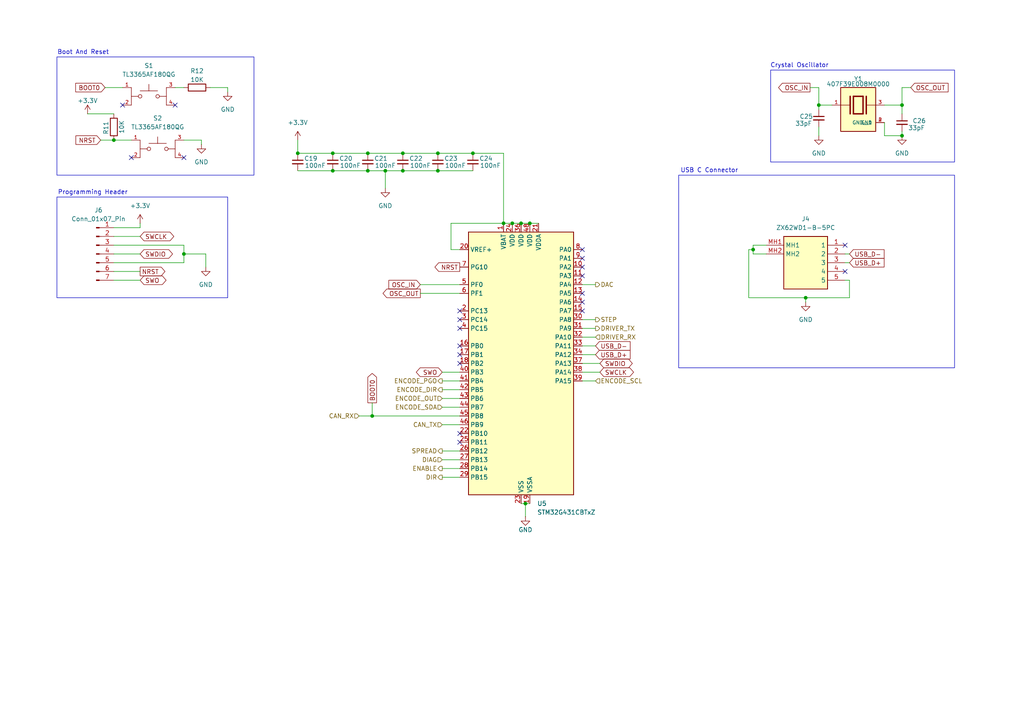
<source format=kicad_sch>
(kicad_sch (version 20250114) (generator "eeschema") (generator_version "9.0")
  (paper "A4")
  (lib_symbols
    (symbol "407F39E008M0000:407F39E008M0000" (pin_names (offset 1.016))
      (property "Reference" "Y" (at -5.0878 6.3559 0))
      (property "Value" "407F39E008M0000" (at -5.0944 -10.16 0))
      (symbol "407F39E008M0000_0_0"
        (polyline (pts (xy -5.08 0) (xy -2.54 0)) (stroke (width 0.1524)))
        (rectangle (start -5.08 -7.62) (end 5.08 5.08) (stroke (width 0.254)) (fill (type background)))
        (polyline (pts (xy -2.3368 2.54) (xy -2.3368 -2.54)) (stroke (width 0.4064)))
        (polyline (pts (xy -1.397 2.54) (xy -1.397 -2.54)) (stroke (width 0.4064)))
        (polyline (pts (xy -1.397 2.54) (xy 1.397 2.54)) (stroke (width 0.4064)))
        (polyline (pts (xy 1.397 2.54) (xy 1.397 -2.54)) (stroke (width 0.4064)))
        (polyline (pts (xy 1.397 -2.54) (xy -1.397 -2.54)) (stroke (width 0.4064)))
        (polyline (pts (xy 2.3368 2.54) (xy 2.3368 -2.54)) (stroke (width 0.4064)))
        (polyline (pts (xy 2.54 0) (xy 5.08 0)) (stroke (width 0.1524)))
        (pin passive line (at -7.62 0 0) (length 2.54) (name "~") (number "1"))
        (pin passive line (at 7.62 0 180) (length 2.54) (name "~") (number "3"))
        (pin power_in line (at 7.62 -5.08 180) (length 2.54) (name "GND") (number "2"))
        (pin power_in line (at 7.62 -5.08 180) (length 2.54) (name "GND__1") (number "4"))
      )
    )
    (symbol "Connector:Conn_01x07_Pin" (pin_names (offset 1.016) (hide yes))
      (property "Reference" "J" (at 0 10.16 0))
      (property "Value" "Conn_01x07_Pin" (at 0 -10.16 0))
      (symbol "Conn_01x07_Pin_1_1"
        (rectangle (start 0.8636 7.747) (end 0 7.493) (stroke (width 0.1524)) (fill (type outline)))
        (rectangle (start 0.8636 5.207) (end 0 4.953) (stroke (width 0.1524)) (fill (type outline)))
        (rectangle (start 0.8636 2.667) (end 0 2.413) (stroke (width 0.1524)) (fill (type outline)))
        (rectangle (start 0.8636 0.127) (end 0 -0.127) (stroke (width 0.1524)) (fill (type outline)))
        (rectangle (start 0.8636 -2.413) (end 0 -2.667) (stroke (width 0.1524)) (fill (type outline)))
        (rectangle (start 0.8636 -4.953) (end 0 -5.207) (stroke (width 0.1524)) (fill (type outline)))
        (rectangle (start 0.8636 -7.493) (end 0 -7.747) (stroke (width 0.1524)) (fill (type outline)))
        (polyline (pts (xy 1.27 7.62) (xy 0.8636 7.62)) (stroke (width 0.1524)))
        (polyline (pts (xy 1.27 5.08) (xy 0.8636 5.08)) (stroke (width 0.1524)))
        (polyline (pts (xy 1.27 2.54) (xy 0.8636 2.54)) (stroke (width 0.1524)))
        (polyline (pts (xy 1.27 0) (xy 0.8636 0)) (stroke (width 0.1524)))
        (polyline (pts (xy 1.27 -2.54) (xy 0.8636 -2.54)) (stroke (width 0.1524)))
        (polyline (pts (xy 1.27 -5.08) (xy 0.8636 -5.08)) (stroke (width 0.1524)))
        (polyline (pts (xy 1.27 -7.62) (xy 0.8636 -7.62)) (stroke (width 0.1524)))
        (pin passive line (at 5.08 7.62 180) (length 3.81) (name "Pin_1") (number "1"))
        (pin passive line (at 5.08 5.08 180) (length 3.81) (name "Pin_2") (number "2"))
        (pin passive line (at 5.08 2.54 180) (length 3.81) (name "Pin_3") (number "3"))
        (pin passive line (at 5.08 0 180) (length 3.81) (name "Pin_4") (number "4"))
        (pin passive line (at 5.08 -2.54 180) (length 3.81) (name "Pin_5") (number "5"))
        (pin passive line (at 5.08 -5.08 180) (length 3.81) (name "Pin_6") (number "6"))
        (pin passive line (at 5.08 -7.62 180) (length 3.81) (name "Pin_7") (number "7"))
      )
    )
    (symbol "Device:C_Small" (pin_numbers (hide yes)) (pin_names (offset 0.254) (hide yes))
      (property "Reference" "C" (at 0.254 1.778 0))
      (property "Value" "C_Small" (at 0.254 -2.032 0))
      (symbol "C_Small_0_1"
        (polyline (pts (xy -1.524 0.508) (xy 1.524 0.508)) (stroke (width 0.3048)))
        (polyline (pts (xy -1.524 -0.508) (xy 1.524 -0.508)) (stroke (width 0.3302)))
      )
      (symbol "C_Small_1_1"
        (pin passive line (at 0 2.54 270) (length 2.032) (name "~") (number "1"))
        (pin passive line (at 0 -2.54 90) (length 2.032) (name "~") (number "2"))
      )
    )
    (symbol "Device:R" (pin_numbers (hide yes)) (pin_names (offset 0))
      (property "Reference" "R" (at 2.032 0 90))
      (property "Value" "R" (at 0 0 90))
      (symbol "R_0_1"
        (rectangle (start -1.016 -2.54) (end 1.016 2.54) (stroke (width 0.254)))
      )
      (symbol "R_1_1"
        (pin passive line (at 0 3.81 270) (length 1.27) (name "~") (number "1"))
        (pin passive line (at 0 -3.81 90) (length 1.27) (name "~") (number "2"))
      )
    )
    (symbol "MCU_ST_STM32G4:STM32G431CBTxZ"
      (property "Reference" "U" (at -15.24 39.37 0))
      (property "Value" "STM32G431CBTxZ" (at 7.62 39.37 0))
      (symbol "STM32G431CBTxZ_0_1"
        (rectangle (start -15.24 -38.1) (end 15.24 38.1) (stroke (width 0.254)) (fill (type background)))
      )
      (symbol "STM32G431CBTxZ_1_1"
        (pin input line (at -17.78 33.02 0) (length 2.54) (name "VREF+") (number "20"))
        (pin bidirectional line (at -17.78 27.94 0) (length 2.54) (name "PG10") (number "7"))
        (pin bidirectional line (at -17.78 22.86 0) (length 2.54) (name "PF0") (number "5"))
        (pin bidirectional line (at -17.78 20.32 0) (length 2.54) (name "PF1") (number "6"))
        (pin bidirectional line (at -17.78 15.24 0) (length 2.54) (name "PC13") (number "2"))
        (pin bidirectional line (at -17.78 12.7 0) (length 2.54) (name "PC14") (number "3"))
        (pin bidirectional line (at -17.78 10.16 0) (length 2.54) (name "PC15") (number "4"))
        (pin bidirectional line (at -17.78 5.08 0) (length 2.54) (name "PB0") (number "16"))
        (pin bidirectional line (at -17.78 2.54 0) (length 2.54) (name "PB1") (number "17"))
        (pin bidirectional line (at -17.78 0 0) (length 2.54) (name "PB2") (number "18"))
        (pin bidirectional line (at -17.78 -2.54 0) (length 2.54) (name "PB3") (number "40"))
        (pin bidirectional line (at -17.78 -5.08 0) (length 2.54) (name "PB4") (number "41"))
        (pin bidirectional line (at -17.78 -7.62 0) (length 2.54) (name "PB5") (number "42"))
        (pin bidirectional line (at -17.78 -10.16 0) (length 2.54) (name "PB6") (number "43"))
        (pin bidirectional line (at -17.78 -12.7 0) (length 2.54) (name "PB7") (number "44"))
        (pin bidirectional line (at -17.78 -15.24 0) (length 2.54) (name "PB8") (number "45"))
        (pin bidirectional line (at -17.78 -17.78 0) (length 2.54) (name "PB9") (number "46"))
        (pin bidirectional line (at -17.78 -20.32 0) (length 2.54) (name "PB10") (number "22"))
        (pin bidirectional line (at -17.78 -22.86 0) (length 2.54) (name "PB11") (number "25"))
        (pin bidirectional line (at -17.78 -25.4 0) (length 2.54) (name "PB12") (number "26"))
        (pin bidirectional line (at -17.78 -27.94 0) (length 2.54) (name "PB13") (number "27"))
        (pin bidirectional line (at -17.78 -30.48 0) (length 2.54) (name "PB14") (number "28"))
        (pin bidirectional line (at -17.78 -33.02 0) (length 2.54) (name "PB15") (number "29"))
        (pin power_in line (at -5.08 40.64 270) (length 2.54) (name "VBAT") (number "1"))
        (pin power_in line (at -2.54 40.64 270) (length 2.54) (name "VDD") (number "24"))
        (pin power_in line (at 0 40.64 270) (length 2.54) (name "VDD") (number "36"))
        (pin power_in line (at 0 -40.64 90) (length 2.54) (name "VSS") (number "23"))
        (pin passive line (at 0 -40.64 90) (length 2.54) (hide yes) (name "VSS") (number "35"))
        (pin passive line (at 0 -40.64 90) (length 2.54) (hide yes) (name "VSS") (number "47"))
        (pin power_in line (at 2.54 40.64 270) (length 2.54) (name "VDD") (number "48"))
        (pin power_in line (at 2.54 -40.64 90) (length 2.54) (name "VSSA") (number "19"))
        (pin power_in line (at 5.08 40.64 270) (length 2.54) (name "VDDA") (number "21"))
        (pin bidirectional line (at 17.78 33.02 180) (length 2.54) (name "PA0") (number "8"))
        (pin bidirectional line (at 17.78 30.48 180) (length 2.54) (name "PA1") (number "9"))
        (pin bidirectional line (at 17.78 27.94 180) (length 2.54) (name "PA2") (number "10"))
        (pin bidirectional line (at 17.78 25.4 180) (length 2.54) (name "PA3") (number "11"))
        (pin bidirectional line (at 17.78 22.86 180) (length 2.54) (name "PA4") (number "12"))
        (pin bidirectional line (at 17.78 20.32 180) (length 2.54) (name "PA5") (number "13"))
        (pin bidirectional line (at 17.78 17.78 180) (length 2.54) (name "PA6") (number "14"))
        (pin bidirectional line (at 17.78 15.24 180) (length 2.54) (name "PA7") (number "15"))
        (pin bidirectional line (at 17.78 12.7 180) (length 2.54) (name "PA8") (number "30"))
        (pin bidirectional line (at 17.78 10.16 180) (length 2.54) (name "PA9") (number "31"))
        (pin bidirectional line (at 17.78 7.62 180) (length 2.54) (name "PA10") (number "32"))
        (pin bidirectional line (at 17.78 5.08 180) (length 2.54) (name "PA11") (number "33"))
        (pin bidirectional line (at 17.78 2.54 180) (length 2.54) (name "PA12") (number "34"))
        (pin bidirectional line (at 17.78 0 180) (length 2.54) (name "PA13") (number "37"))
        (pin bidirectional line (at 17.78 -2.54 180) (length 2.54) (name "PA14") (number "38"))
        (pin bidirectional line (at 17.78 -5.08 180) (length 2.54) (name "PA15") (number "39"))
      )
    )
    (symbol "SamacSys_Parts:ZX62WD1-B-5PC"
      (property "Reference" "J" (at 19.05 7.62 0))
      (property "Value" "ZX62WD1-B-5PC" (at 19.05 5.08 0))
      (symbol "ZX62WD1-B-5PC_1_1"
        (rectangle (start 5.08 2.54) (end 17.78 -12.7) (stroke (width 0.254)) (fill (type background)))
        (pin passive line (at 0 0 0) (length 5.08) (name "MH1") (number "MH1"))
        (pin passive line (at 0 -2.54 0) (length 5.08) (name "MH2") (number "MH2"))
        (pin passive line (at 22.86 0 180) (length 5.08) (name "1") (number "1"))
        (pin passive line (at 22.86 -2.54 180) (length 5.08) (name "2") (number "2"))
        (pin passive line (at 22.86 -5.08 180) (length 5.08) (name "3") (number "3"))
        (pin passive line (at 22.86 -7.62 180) (length 5.08) (name "4") (number "4"))
        (pin passive line (at 22.86 -10.16 180) (length 5.08) (name "5") (number "5"))
      )
    )
    (symbol "TL3365AF180QG:TL3365AF180QG" (pin_names (offset 1.016))
      (property "Reference" "S" (at -5.08 5.08 0))
      (property "Value" "TL3365AF180QG" (at -5.08 -5.08 0))
      (symbol "TL3365AF180QG_0_0"
        (polyline (pts (xy -5.08 2.54) (xy -5.08 -2.54)) (stroke (width 0.1524)))
        (polyline (pts (xy -5.08 0) (xy -3.048 0)) (stroke (width 0.1524)))
        (polyline (pts (xy -2.54 1.5875) (xy 0 1.5875)) (stroke (width 0.1524)))
        (circle (center -2.54 0) (radius 0.508) (stroke (width 0.1524)))
        (polyline (pts (xy 0 1.5875) (xy 0 3.4925)) (stroke (width 0.1524)))
        (polyline (pts (xy 0 1.5875) (xy 2.54 1.5875)) (stroke (width 0.1524)))
        (circle (center 2.54 0) (radius 0.508) (stroke (width 0.1524)))
        (polyline (pts (xy 5.08 2.54) (xy 5.08 -2.54)) (stroke (width 0.1524)))
        (polyline (pts (xy 5.08 0) (xy 3.048 0)) (stroke (width 0.1524)))
        (pin passive line (at -7.62 2.54 0) (length 2.54) (name "~") (number "1"))
        (pin passive line (at -7.62 -2.54 0) (length 2.54) (name "~") (number "2"))
        (pin passive line (at 7.62 2.54 180) (length 2.54) (name "~") (number "3"))
        (pin passive line (at 7.62 -2.54 180) (length 2.54) (name "~") (number "4"))
      )
    )
    (symbol "power:+3.3V" (power) (pin_numbers (hide yes)) (pin_names (offset 0) (hide yes))
      (property "Value" "+3.3V" (at 0 3.556 0))
      (symbol "+3.3V_0_1"
        (polyline (pts (xy -0.762 1.27) (xy 0 2.54)))
        (polyline (pts (xy 0 2.54) (xy 0.762 1.27)))
        (polyline (pts (xy 0 0) (xy 0 2.54)))
      )
      (symbol "+3.3V_1_1"
        (pin power_in line (at 0 0 90) (length 0) (name "~") (number "1"))
      )
    )
    (symbol "power:GND" (power) (pin_numbers (hide yes)) (pin_names (offset 0) (hide yes))
      (property "Value" "GND" (at 0 -3.81 0))
      (symbol "GND_0_1"
        (polyline (pts (xy 0 0) (xy 0 -1.27) (xy 1.27 -1.27) (xy 0 -2.54) (xy -1.27 -1.27) (xy 0 -1.27)))
      )
      (symbol "GND_1_1"
        (pin power_in line (at 0 0 270) (length 0) (name "~") (number "1"))
      )
    )
  )
  (rectangle (start 16.51 57.15) (end 66.04 86.36))
  (rectangle (start 196.85 50.8) (end 276.86 106.68))
  (rectangle (start 223.52 20.32) (end 276.86 46.99))
  (rectangle (start 16.51 16.51) (end 73.66 50.8))
  (text "Crystal Oscillator" (at 231.902 19.05 0) (effects (font (size 1.27 1.27))))
  (text "Boot And Reset\n" (at 24.13 15.24 0) (effects (font (size 1.27 1.27))))
  (text "Programming Header\n" (at 26.924 55.88 0) (effects (font (size 1.27 1.27))))
  (text "USB C Connector" (at 205.74 49.53 0) (effects (font (size 1.27 1.27))))
  (junction (at 116.84 49.53))
  (junction (at 107.95 120.65))
  (junction (at 151.13 64.77))
  (junction (at 148.59 64.77))
  (junction (at 116.84 44.45))
  (junction (at 127 44.45))
  (junction (at 153.67 64.77))
  (junction (at 111.76 49.53))
  (junction (at 261.62 39.37))
  (junction (at 106.68 44.45))
  (junction (at 33.02 40.64))
  (junction (at 237.49 30.48))
  (junction (at 152.4 146.05))
  (junction (at 137.16 44.45))
  (junction (at 218.44 72.39))
  (junction (at 96.52 49.53))
  (junction (at 261.62 30.48))
  (junction (at 106.68 49.53))
  (junction (at 233.68 86.36))
  (junction (at 96.52 44.45))
  (junction (at 127 49.53))
  (junction (at 146.05 64.77))
  (junction (at 86.36 44.45))
  (junction (at 53.34 73.66))
  (no_connect (at 133.35 100.33))
  (no_connect (at 133.35 128.27))
  (no_connect (at 168.91 80.01))
  (no_connect (at 133.35 92.71))
  (no_connect (at 168.91 74.93))
  (no_connect (at 38.1 45.72))
  (no_connect (at 50.8 30.48))
  (no_connect (at 168.91 72.39))
  (no_connect (at 133.35 95.25))
  (no_connect (at 168.91 85.09))
  (no_connect (at 133.35 105.41))
  (no_connect (at 168.91 77.47))
  (no_connect (at 245.11 78.74))
  (no_connect (at 133.35 90.17))
  (no_connect (at 168.91 90.17))
  (no_connect (at 35.56 30.48))
  (no_connect (at 53.34 45.72))
  (no_connect (at 168.91 87.63))
  (no_connect (at 133.35 125.73))
  (no_connect (at 133.35 102.87))
  (no_connect (at 245.11 71.12))
  (wire (pts (xy 151.13 146.05) (xy 152.4 146.05)))
  (wire (pts (xy 153.67 64.77) (xy 156.21 64.77)))
  (wire (pts (xy 130.81 64.77) (xy 146.05 64.77)))
  (wire (pts (xy 53.34 73.66) (xy 53.34 76.2)))
  (wire (pts (xy 111.76 49.53) (xy 116.84 49.53)))
  (wire (pts (xy 59.69 73.66) (xy 59.69 77.47)))
  (wire (pts (xy 137.16 44.45) (xy 146.05 44.45)))
  (wire (pts (xy 128.27 110.49) (xy 133.35 110.49)))
  (wire (pts (xy 233.68 86.36) (xy 246.38 86.36)))
  (wire (pts (xy 152.4 146.05) (xy 152.4 149.86)))
  (wire (pts (xy 128.27 135.89) (xy 133.35 135.89)))
  (wire (pts (xy 168.91 95.25) (xy 172.72 95.25)))
  (wire (pts (xy 246.38 81.28) (xy 245.11 81.28)))
  (wire (pts (xy 96.52 49.53) (xy 106.68 49.53)))
  (wire (pts (xy 116.84 49.53) (xy 127 49.53)))
  (wire (pts (xy 245.11 73.66) (xy 246.38 73.66)))
  (wire (pts (xy 146.05 44.45) (xy 146.05 64.77)))
  (wire (pts (xy 33.02 40.64) (xy 38.1 40.64)))
  (wire (pts (xy 106.68 49.53) (xy 111.76 49.53)))
  (wire (pts (xy 233.68 86.36) (xy 233.68 87.63)))
  (wire (pts (xy 168.91 97.79) (xy 172.72 97.79)))
  (wire (pts (xy 217.17 72.39) (xy 217.17 86.36)))
  (wire (pts (xy 168.91 102.87) (xy 172.72 102.87)))
  (wire (pts (xy 168.91 92.71) (xy 172.72 92.71)))
  (wire (pts (xy 151.13 64.77) (xy 153.67 64.77)))
  (wire (pts (xy 146.05 64.77) (xy 148.59 64.77)))
  (wire (pts (xy 130.81 72.39) (xy 130.81 64.77)))
  (wire (pts (xy 218.44 73.66) (xy 222.25 73.66)))
  (wire (pts (xy 40.64 66.04) (xy 40.64 64.77)))
  (wire (pts (xy 256.54 39.37) (xy 261.62 39.37)))
  (wire (pts (xy 133.35 72.39) (xy 130.81 72.39)))
  (wire (pts (xy 96.52 44.45) (xy 106.68 44.45)))
  (wire (pts (xy 237.49 30.48) (xy 241.3 30.48)))
  (wire (pts (xy 33.02 73.66) (xy 40.64 73.66)))
  (wire (pts (xy 86.36 49.53) (xy 96.52 49.53)))
  (wire (pts (xy 217.17 86.36) (xy 233.68 86.36)))
  (wire (pts (xy 261.62 38.1) (xy 261.62 39.37)))
  (wire (pts (xy 148.59 64.77) (xy 151.13 64.77)))
  (wire (pts (xy 128.27 107.95) (xy 133.35 107.95)))
  (wire (pts (xy 256.54 35.56) (xy 256.54 39.37)))
  (wire (pts (xy 106.68 44.45) (xy 116.84 44.45)))
  (wire (pts (xy 152.4 146.05) (xy 153.67 146.05)))
  (wire (pts (xy 218.44 71.12) (xy 218.44 72.39)))
  (wire (pts (xy 104.14 120.65) (xy 107.95 120.65)))
  (wire (pts (xy 86.36 44.45) (xy 96.52 44.45)))
  (wire (pts (xy 168.91 100.33) (xy 172.72 100.33)))
  (wire (pts (xy 127 49.53) (xy 137.16 49.53)))
  (wire (pts (xy 53.34 76.2) (xy 33.02 76.2)))
  (wire (pts (xy 128.27 130.81) (xy 133.35 130.81)))
  (wire (pts (xy 29.21 40.64) (xy 33.02 40.64)))
  (wire (pts (xy 53.34 73.66) (xy 59.69 73.66)))
  (wire (pts (xy 53.34 71.12) (xy 53.34 73.66)))
  (wire (pts (xy 60.96 25.4) (xy 66.04 25.4)))
  (wire (pts (xy 33.02 81.28) (xy 40.64 81.28)))
  (wire (pts (xy 33.02 78.74) (xy 40.64 78.74)))
  (wire (pts (xy 107.95 116.84) (xy 107.95 120.65)))
  (wire (pts (xy 50.8 25.4) (xy 53.34 25.4)))
  (wire (pts (xy 25.4 33.02) (xy 33.02 33.02)))
  (wire (pts (xy 222.25 71.12) (xy 218.44 71.12)))
  (wire (pts (xy 168.91 107.95) (xy 173.99 107.95)))
  (wire (pts (xy 121.92 82.55) (xy 133.35 82.55)))
  (wire (pts (xy 128.27 133.35) (xy 133.35 133.35)))
  (wire (pts (xy 33.02 71.12) (xy 53.34 71.12)))
  (wire (pts (xy 261.62 25.4) (xy 261.62 30.48)))
  (wire (pts (xy 261.62 25.4) (xy 264.16 25.4)))
  (wire (pts (xy 33.02 68.58) (xy 40.64 68.58)))
  (wire (pts (xy 128.27 113.03) (xy 133.35 113.03)))
  (wire (pts (xy 168.91 105.41) (xy 173.99 105.41)))
  (wire (pts (xy 237.49 30.48) (xy 237.49 31.75)))
  (wire (pts (xy 107.95 120.65) (xy 133.35 120.65)))
  (wire (pts (xy 168.91 82.55) (xy 172.72 82.55)))
  (wire (pts (xy 121.92 85.09) (xy 133.35 85.09)))
  (wire (pts (xy 128.27 123.19) (xy 133.35 123.19)))
  (wire (pts (xy 237.49 25.4) (xy 237.49 30.48)))
  (wire (pts (xy 53.34 40.64) (xy 58.42 40.64)))
  (wire (pts (xy 261.62 30.48) (xy 261.62 33.02)))
  (wire (pts (xy 128.27 115.57) (xy 133.35 115.57)))
  (wire (pts (xy 245.11 76.2) (xy 246.38 76.2)))
  (wire (pts (xy 127 44.45) (xy 137.16 44.45)))
  (wire (pts (xy 30.48 25.4) (xy 35.56 25.4)))
  (wire (pts (xy 111.76 49.53) (xy 111.76 54.61)))
  (wire (pts (xy 218.44 72.39) (xy 218.44 73.66)))
  (wire (pts (xy 128.27 138.43) (xy 133.35 138.43)))
  (wire (pts (xy 116.84 44.45) (xy 127 44.45)))
  (wire (pts (xy 33.02 66.04) (xy 40.64 66.04)))
  (wire (pts (xy 234.95 25.4) (xy 237.49 25.4)))
  (wire (pts (xy 66.04 25.4) (xy 66.04 26.67)))
  (wire (pts (xy 128.27 118.11) (xy 133.35 118.11)))
  (wire (pts (xy 246.38 81.28) (xy 246.38 86.36)))
  (wire (pts (xy 58.42 40.64) (xy 58.42 41.91)))
  (wire (pts (xy 256.54 30.48) (xy 261.62 30.48)))
  (wire (pts (xy 172.72 110.49) (xy 168.91 110.49)))
  (wire (pts (xy 218.44 72.39) (xy 217.17 72.39)))
  (wire (pts (xy 237.49 36.83) (xy 237.49 39.37)))
  (wire (pts (xy 86.36 40.64) (xy 86.36 44.45)))
  (global_label "OSC_OUT" (shape input) (at 264.16 25.4 0) (property "Intersheetrefs" "${INTERSHEET_REFS}" (effects (hide yes))))
  (global_label "NRST" (shape input) (at 29.21 40.64 180) (property "Intersheetrefs" "${INTERSHEET_REFS}" (effects (hide yes))))
  (global_label "OSC_OUT" (shape output) (at 121.92 85.09 180) (property "Intersheetrefs" "${INTERSHEET_REFS}" (effects (hide yes))))
  (global_label "USB_D-" (shape input) (at 246.38 73.66 0) (property "Intersheetrefs" "${INTERSHEET_REFS}" (effects (hide yes))))
  (global_label "SWCLK" (shape bidirectional) (at 173.99 107.95 0) (property "Intersheetrefs" "${INTERSHEET_REFS}" (effects (hide yes))))
  (global_label "USB_D-" (shape input) (at 172.72 100.33 0) (property "Intersheetrefs" "${INTERSHEET_REFS}" (effects (hide yes))))
  (global_label "SWDIO" (shape bidirectional) (at 173.99 105.41 0) (property "Intersheetrefs" "${INTERSHEET_REFS}" (effects (hide yes))))
  (global_label "SWCLK" (shape bidirectional) (at 40.64 68.58 0) (property "Intersheetrefs" "${INTERSHEET_REFS}" (effects (hide yes))))
  (global_label "OSC_IN" (shape output) (at 234.95 25.4 180) (property "Intersheetrefs" "${INTERSHEET_REFS}" (effects (hide yes))))
  (global_label "BOOT0" (shape input) (at 30.48 25.4 180) (property "Intersheetrefs" "${INTERSHEET_REFS}" (effects (hide yes))))
  (global_label "USB_D+" (shape input) (at 172.72 102.87 0) (property "Intersheetrefs" "${INTERSHEET_REFS}" (effects (hide yes))))
  (global_label "BOOT0" (shape output) (at 107.95 116.84 90) (property "Intersheetrefs" "${INTERSHEET_REFS}" (effects (hide yes))))
  (global_label "NRST" (shape output) (at 133.35 77.47 180) (property "Intersheetrefs" "${INTERSHEET_REFS}" (effects (hide yes))))
  (global_label "OSC_IN" (shape input) (at 121.92 82.55 180) (property "Intersheetrefs" "${INTERSHEET_REFS}" (effects (hide yes))))
  (global_label "SWO" (shape bidirectional) (at 40.64 81.28 0) (property "Intersheetrefs" "${INTERSHEET_REFS}" (effects (hide yes))))
  (global_label "USB_D+" (shape input) (at 246.38 76.2 0) (property "Intersheetrefs" "${INTERSHEET_REFS}" (effects (hide yes))))
  (global_label "SWO" (shape bidirectional) (at 128.27 107.95 180) (property "Intersheetrefs" "${INTERSHEET_REFS}" (effects (hide yes))))
  (global_label "NRST" (shape output) (at 40.64 78.74 0) (property "Intersheetrefs" "${INTERSHEET_REFS}" (effects (hide yes))))
  (global_label "SWDIO" (shape bidirectional) (at 40.64 73.66 0) (property "Intersheetrefs" "${INTERSHEET_REFS}" (effects (hide yes))))
  (hierarchical_label "STEP" (shape output) (at 172.72 92.71 0))
  (hierarchical_label "DRIVER_RX" (shape input) (at 172.72 97.79 0))
  (hierarchical_label "SPREAD" (shape output) (at 128.27 130.81 180))
  (hierarchical_label "ENCODE_PGO" (shape output) (at 128.27 110.49 180))
  (hierarchical_label "DRIVER_TX" (shape output) (at 172.72 95.25 0))
  (hierarchical_label "DIR" (shape output) (at 128.27 138.43 180))
  (hierarchical_label "DIAG" (shape input) (at 128.27 133.35 180))
  (hierarchical_label "ENCODE_OUT" (shape input) (at 128.27 115.57 180))
  (hierarchical_label "ENCODE_DIR" (shape output) (at 128.27 113.03 180))
  (hierarchical_label "DAC" (shape output) (at 172.72 82.55 0))
  (hierarchical_label "CAN_TX" (shape input) (at 128.27 123.19 180))
  (hierarchical_label "ENCODE_SCL" (shape input) (at 172.72 110.49 0))
  (hierarchical_label "ENABLE" (shape output) (at 128.27 135.89 180))
  (hierarchical_label "CAN_RX" (shape input) (at 104.14 120.65 180))
  (hierarchical_label "ENCODE_SDA" (shape input) (at 128.27 118.11 180))
  (symbol (lib_id "power:GND") (at 233.68 87.63 0) (unit 1)
    (property "Reference" "#PWR015" (effects (hide yes)))
    (property "Value" "GND" (at 233.68 92.71 0))
    (property "Description" "Power symbol creates a global label with name \"GND\" , ground" (effects (hide yes)))
  )
  (symbol (lib_id "power:GND") (at 237.49 39.37 0) (unit 1)
    (property "Reference" "#PWR031" (effects (hide yes)))
    (property "Value" "GND" (at 237.49 44.45 0))
    (property "Description" "Power symbol creates a global label with name \"GND\" , ground" (effects (hide yes)))
  )
  (symbol (lib_id "power:+3.3V") (at 40.64 64.77 0) (unit 1)
    (property "Reference" "#PWR023" (effects (hide yes)))
    (property "Value" "+3.3V" (at 40.64 59.69 0))
    (property "Description" "Power symbol creates a global label with name \"+3.3V\"" (effects (hide yes)))
  )
  (symbol (lib_id "Device:C_Small") (at 86.36 46.99 0) (unit 1)
    (property "Reference" "C19" (at 90.17 45.974 0))
    (property "Value" "100nF" (at 91.44 48.006 0))
    (property "Footprint" "Capacitor_SMD:C_0603_1608Metric_Pad1.08x0.95mm_HandSolder" (effects (hide yes)))
    (property "Description" "Unpolarized capacitor, small symbol" (effects (hide yes)))
  )
  (symbol (lib_id "Device:R") (at 33.02 36.83 0) (unit 1)
    (property "Reference" "R11" (at 30.734 37.084 90))
    (property "Value" "10K" (at 35.306 36.83 90))
    (property "Footprint" "Resistor_SMD:R_0603_1608Metric_Pad0.98x0.95mm_HandSolder" (effects (hide yes)))
    (property "Description" "Resistor" (effects (hide yes)))
  )
  (symbol (lib_id "Device:C_Small") (at 261.62 35.56 0) (unit 1)
    (property "Reference" "C26" (at 264.668 35.052 0) (effects (justify left)))
    (property "Value" "33pF" (at 263.398 37.084 0) (effects (justify left)))
    (property "Footprint" "Capacitor_SMD:C_0603_1608Metric_Pad1.08x0.95mm_HandSolder" (effects (hide yes)))
    (property "Description" "Unpolarized capacitor, small symbol" (effects (hide yes)))
  )
  (symbol (lib_id "power:GND") (at 59.69 77.47 0) (unit 1)
    (property "Reference" "#PWR025" (effects (hide yes)))
    (property "Value" "GND" (at 59.69 82.55 0))
    (property "Description" "Power symbol creates a global label with name \"GND\" , ground" (effects (hide yes)))
  )
  (symbol (lib_id "TL3365AF180QG:TL3365AF180QG") (at 43.18 27.94 0) (unit 1)
    (property "Reference" "S1" (at 43.18 19.05 0))
    (property "Value" "TL3365AF180QG" (at 43.18 21.59 0))
    (property "Footprint" "TL3365AF180QG Push Switch:TL3365AF180QG" (effects (hide yes)))
    (property "PARTREV" "A" (effects (hide yes)))
    (property "SNAPEDA_PN" "TL3365AF180QG" (effects (hide yes)))
    (property "STANDARD" "Manufacturer Recommendations" (effects (hide yes)))
    (property "MAXIMUM_PACKAGE_HEIGHT" "2.5 mm" (effects (hide yes)))
    (property "MANUFACTURER" "E-Switch" (effects (hide yes)))
  )
  (symbol (lib_id "power:GND") (at 261.62 39.37 0) (unit 1)
    (property "Reference" "#PWR033" (effects (hide yes)))
    (property "Value" "GND" (at 261.62 44.45 0))
    (property "Description" "Power symbol creates a global label with name \"GND\" , ground" (effects (hide yes)))
  )
  (symbol (lib_id "407F39E008M0000:407F39E008M0000") (at 248.92 30.48 0) (unit 1)
    (property "Reference" "Y1" (at 248.92 22.86 0))
    (property "Value" "407F39E008M0000" (at 248.92 24.384 0))
    (property "Footprint" "407F39E008M:XTAL_407F39E008M0000" (effects (hide yes)))
    (property "PARTREV" "N/A" (effects (hide yes)))
    (property "STANDARD" "Manufacturer Recommendations" (effects (hide yes)))
    (property "MAXIMUM_PACKAGE_HEIGHT" "1.3 mm" (effects (hide yes)))
    (property "MANUFACTURER" "CTS-FREQUENCY CONTROLS" (effects (hide yes)))
  )
  (symbol (lib_id "SamacSys_Parts:ZX62WD1-B-5PC") (at 222.25 71.12 0) (unit 1)
    (property "Reference" "J4" (at 233.68 63.5 0))
    (property "Value" "ZX62WD1-B-5PC" (at 233.68 66.04 0))
    (property "Footprint" "SamacSys_Parts:ZX62WD1B5PC" (effects (hide yes)))
    (property "Datasheet" "https://www.hirose.com/product/download/?distributor=digikey&type=2d&lang=en&num=ZX62WD1-B-5PC" (effects (hide yes)))
    (property "Description" "USB - micro B USB 2.0 Receptacle Connector 5 Position Surface Mount, Right Angle" (effects (hide yes)))
    (property "Height" "3.62" (effects (hide yes)))
    (property "Mouser Part Number" "798-ZX62WD1-B-5PC" (effects (hide yes)))
    (property "Mouser Price/Stock" "https://www.mouser.co.uk/ProductDetail/Hirose-Connector/ZX62WD1-B-5PC?qs=%2Fp4LXwb3CwGcU0vxJ5wpwQ%3D%3D" (effects (hide yes)))
    (property "Manufacturer_Name" "Hirose" (effects (hide yes)))
    (property "Manufacturer_Part_Number" "ZX62WD1-B-5PC" (effects (hide yes)))
  )
  (symbol (lib_id "Device:C_Small") (at 116.84 46.99 0) (unit 1)
    (property "Reference" "C22" (at 120.65 45.974 0))
    (property "Value" "100nF" (at 121.92 48.006 0))
    (property "Footprint" "Capacitor_SMD:C_0603_1608Metric_Pad1.08x0.95mm_HandSolder" (effects (hide yes)))
    (property "Description" "Unpolarized capacitor, small symbol" (effects (hide yes)))
  )
  (symbol (lib_id "power:GND") (at 152.4 149.86 0) (unit 1)
    (property "Reference" "#PWR029" (effects (hide yes)))
    (property "Value" "GND" (at 152.4 153.67 0))
    (property "Description" "Power symbol creates a global label with name \"GND\" , ground" (effects (hide yes)))
  )
  (symbol (lib_id "power:+3.3V") (at 25.4 33.02 0) (unit 1)
    (property "Reference" "#PWR022" (effects (hide yes)))
    (property "Value" "+3.3V" (at 25.4 29.21 0))
    (property "Description" "Power symbol creates a global label with name \"+3.3V\"" (effects (hide yes)))
  )
  (symbol (lib_id "Device:C_Small") (at 137.16 46.99 0) (unit 1)
    (property "Reference" "C24" (at 140.97 45.974 0))
    (property "Value" "100nF" (at 142.24 48.006 0))
    (property "Footprint" "Capacitor_SMD:C_0603_1608Metric_Pad1.08x0.95mm_HandSolder" (effects (hide yes)))
    (property "Description" "Unpolarized capacitor, small symbol" (effects (hide yes)))
  )
  (symbol (lib_id "TL3365AF180QG:TL3365AF180QG") (at 45.72 43.18 0) (unit 1)
    (property "Reference" "S2" (at 45.72 34.29 0))
    (property "Value" "TL3365AF180QG" (at 45.72 36.83 0))
    (property "Footprint" "TL3365AF180QG Push Switch:TL3365AF180QG" (effects (hide yes)))
    (property "PARTREV" "A" (effects (hide yes)))
    (property "SNAPEDA_PN" "TL3365AF180QG" (effects (hide yes)))
    (property "STANDARD" "Manufacturer Recommendations" (effects (hide yes)))
    (property "MAXIMUM_PACKAGE_HEIGHT" "2.5 mm" (effects (hide yes)))
    (property "MANUFACTURER" "E-Switch" (effects (hide yes)))
  )
  (symbol (lib_id "power:GND") (at 111.76 54.61 0) (unit 1)
    (property "Reference" "#PWR028" (effects (hide yes)))
    (property "Value" "GND" (at 111.76 59.69 0))
    (property "Description" "Power symbol creates a global label with name \"GND\" , ground" (effects (hide yes)))
  )
  (symbol (lib_id "power:GND") (at 58.42 41.91 0) (unit 1)
    (property "Reference" "#PWR024" (effects (hide yes)))
    (property "Value" "GND" (at 58.42 46.99 0))
    (property "Description" "Power symbol creates a global label with name \"GND\" , ground" (effects (hide yes)))
  )
  (symbol (lib_id "Device:C_Small") (at 237.49 34.29 0) (unit 1)
    (property "Reference" "C25" (at 231.902 33.782 0) (effects (justify left)))
    (property "Value" "33pF" (at 230.632 35.814 0) (effects (justify left)))
    (property "Footprint" "Capacitor_SMD:C_0603_1608Metric_Pad1.08x0.95mm_HandSolder" (effects (hide yes)))
    (property "Description" "Unpolarized capacitor, small symbol" (effects (hide yes)))
  )
  (symbol (lib_id "Device:C_Small") (at 127 46.99 0) (unit 1)
    (property "Reference" "C23" (at 130.81 45.974 0))
    (property "Value" "100nF" (at 132.08 48.006 0))
    (property "Footprint" "Capacitor_SMD:C_0603_1608Metric_Pad1.08x0.95mm_HandSolder" (effects (hide yes)))
    (property "Description" "Unpolarized capacitor, small symbol" (effects (hide yes)))
  )
  (symbol (lib_id "Device:R") (at 57.15 25.4 90) (unit 1)
    (property "Reference" "R12" (at 57.15 20.574 90))
    (property "Value" "10K" (at 57.15 23.114 90))
    (property "Footprint" "Resistor_SMD:R_0603_1608Metric_Pad0.98x0.95mm_HandSolder" (effects (hide yes)))
    (property "Description" "Resistor" (effects (hide yes)))
  )
  (symbol (lib_id "MCU_ST_STM32G4:STM32G431CBTxZ") (at 151.13 105.41 0) (unit 1)
    (property "Reference" "U5" (at 155.8133 146.05 0) (effects (justify left)))
    (property "Value" "STM32G431CBTxZ" (at 155.8133 148.59 0) (effects (justify left)))
    (property "Footprint" "Package_QFP:LQFP-48_7x7mm_P0.5mm" (effects (hide yes)))
    (property "Datasheet" "https://www.st.com/resource/en/datasheet/stm32g431cb.pdf" (effects (hide yes)))
    (property "Description" "STMicroelectronics Arm Cortex-M4 MCU, 128KB flash, 32KB RAM, 170 MHz, 1.71-3.6V, 38 GPIO, LQFP48" (effects (hide yes)))
  )
  (symbol (lib_id "Connector:Conn_01x07_Pin") (at 27.94 73.66 0) (unit 1)
    (property "Reference" "J6" (at 28.575 60.96 0))
    (property "Value" "Conn_01x07_Pin" (at 28.575 63.5 0))
    (property "Footprint" "Connector_PinHeader_2.54mm:PinHeader_1x07_P2.54mm_Vertical" (effects (hide yes)))
    (property "Description" "Generic connector, single row, 01x07, script generated" (effects (hide yes)))
  )
  (symbol (lib_id "power:GND") (at 66.04 26.67 0) (unit 1)
    (property "Reference" "#PWR026" (effects (hide yes)))
    (property "Value" "GND" (at 66.04 31.75 0))
    (property "Description" "Power symbol creates a global label with name \"GND\" , ground" (effects (hide yes)))
  )
  (symbol (lib_id "power:+3.3V") (at 86.36 40.64 0) (unit 1)
    (property "Reference" "#PWR027" (effects (hide yes)))
    (property "Value" "+3.3V" (at 86.36 35.56 0))
    (property "Description" "Power symbol creates a global label with name \"+3.3V\"" (effects (hide yes)))
  )
  (symbol (lib_id "Device:C_Small") (at 96.52 46.99 0) (unit 1)
    (property "Reference" "C20" (at 100.33 45.974 0))
    (property "Value" "100nF" (at 101.6 48.006 0))
    (property "Footprint" "Capacitor_SMD:C_0603_1608Metric_Pad1.08x0.95mm_HandSolder" (effects (hide yes)))
    (property "Description" "Unpolarized capacitor, small symbol" (effects (hide yes)))
  )
  (symbol (lib_id "Device:C_Small") (at 106.68 46.99 0) (unit 1)
    (property "Reference" "C21" (at 110.49 45.974 0))
    (property "Value" "100nF" (at 111.76 48.006 0))
    (property "Footprint" "Capacitor_SMD:C_0603_1608Metric_Pad1.08x0.95mm_HandSolder" (effects (hide yes)))
    (property "Description" "Unpolarized capacitor, small symbol" (effects (hide yes)))
  )
)
</source>
